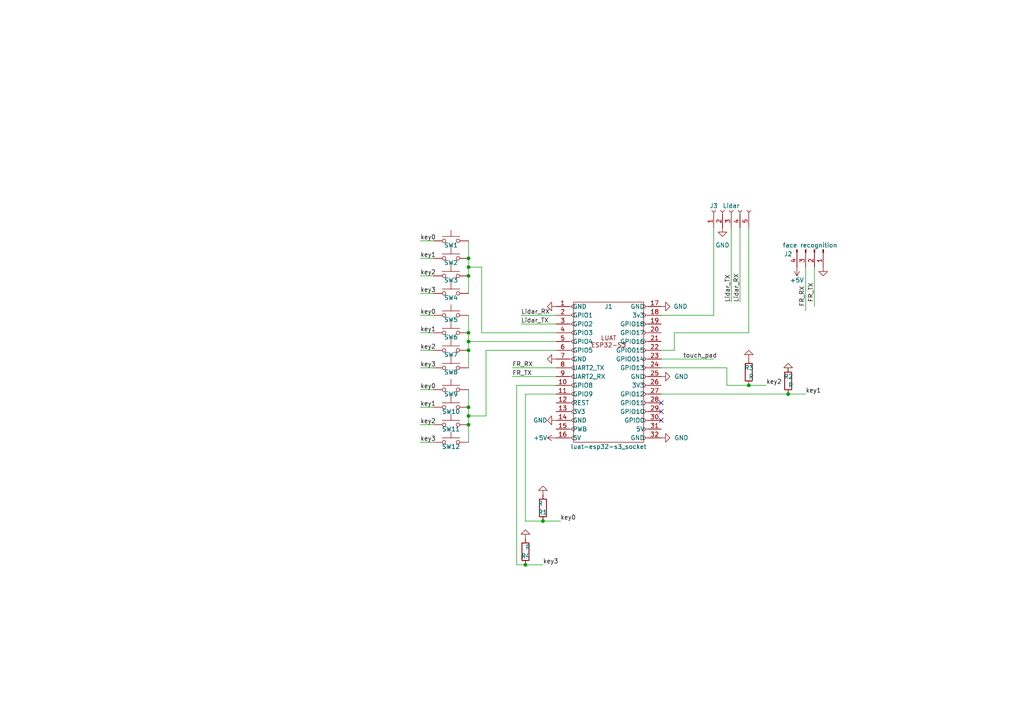
<source format=kicad_sch>
(kicad_sch (version 20230121) (generator eeschema)
  (paper "A4")
  (lib_symbols
    (symbol "Connector:Conn_01x04_Pin" (pin_names (offset 1.016) hide)
      (property "Reference" "J" (at 0 5.08 0))
      (property "Value" "Conn_01x04_Pin" (at 0 -7.62 0))
      (symbol "Conn_01x04_Pin_1_1"
        (polyline (pts (xy 1.27 -5.08) (xy 0.8636 -5.08)) (stroke (width 0.1524)))
        (polyline (pts (xy 1.27 -2.54) (xy 0.8636 -2.54)) (stroke (width 0.1524)))
        (polyline (pts (xy 1.27 0) (xy 0.8636 0)) (stroke (width 0.1524)))
        (polyline (pts (xy 1.27 2.54) (xy 0.8636 2.54)) (stroke (width 0.1524)))
        (rectangle (start 0.8636 -4.953) (end 0 -5.207) (stroke (width 0.1524)) (fill (type outline)))
        (rectangle (start 0.8636 -2.413) (end 0 -2.667) (stroke (width 0.1524)) (fill (type outline)))
        (rectangle (start 0.8636 0.127) (end 0 -0.127) (stroke (width 0.1524)) (fill (type outline)))
        (rectangle (start 0.8636 2.667) (end 0 2.413) (stroke (width 0.1524)) (fill (type outline)))
        (pin passive line (at 5.08 2.54 180) (length 3.81) (name "Pin_1") (number "1"))
        (pin passive line (at 5.08 0 180) (length 3.81) (name "Pin_2") (number "2"))
        (pin passive line (at 5.08 -2.54 180) (length 3.81) (name "Pin_3") (number "3"))
        (pin passive line (at 5.08 -5.08 180) (length 3.81) (name "Pin_4") (number "4"))
      )
    )
    (symbol "Connector:Conn_01x05_Socket" (pin_names (offset 1.016) hide)
      (property "Reference" "J" (at 0 7.62 0))
      (property "Value" "Conn_01x05_Socket" (at 0 -7.62 0))
      (symbol "Conn_01x05_Socket_1_1"
        (arc (start 0 -4.572) (mid -0.5058 -5.08) (end 0 -5.588) (stroke (width 0.1524)))
        (arc (start 0 -2.032) (mid -0.5058 -2.54) (end 0 -3.048) (stroke (width 0.1524)))
        (polyline (pts (xy -1.27 -5.08) (xy -0.508 -5.08)) (stroke (width 0.1524)))
        (polyline (pts (xy -1.27 -2.54) (xy -0.508 -2.54)) (stroke (width 0.1524)))
        (polyline (pts (xy -1.27 0) (xy -0.508 0)) (stroke (width 0.1524)))
        (polyline (pts (xy -1.27 2.54) (xy -0.508 2.54)) (stroke (width 0.1524)))
        (polyline (pts (xy -1.27 5.08) (xy -0.508 5.08)) (stroke (width 0.1524)))
        (arc (start 0 0.508) (mid -0.5058 0) (end 0 -0.508) (stroke (width 0.1524)))
        (arc (start 0 3.048) (mid -0.5058 2.54) (end 0 2.032) (stroke (width 0.1524)))
        (arc (start 0 5.588) (mid -0.5058 5.08) (end 0 4.572) (stroke (width 0.1524)))
        (pin passive line (at -5.08 5.08 0) (length 3.81) (name "Pin_1") (number "1"))
        (pin passive line (at -5.08 2.54 0) (length 3.81) (name "Pin_2") (number "2"))
        (pin passive line (at -5.08 0 0) (length 3.81) (name "Pin_3") (number "3"))
        (pin passive line (at -5.08 -2.54 0) (length 3.81) (name "Pin_4") (number "4"))
        (pin passive line (at -5.08 -5.08 0) (length 3.81) (name "Pin_5") (number "5"))
      )
    )
    (symbol "Device:R" (pin_numbers hide) (pin_names (offset 0))
      (property "Reference" "R" (at 2.032 0 90))
      (property "Value" "R" (at 0 0 90))
      (symbol "R_0_1"
        (rectangle (start -1.016 -2.54) (end 1.016 2.54) (stroke (width 0.254)))
      )
      (symbol "R_1_1"
        (pin passive line (at 0 3.81 270) (length 1.27) (name "~") (number "1"))
        (pin passive line (at 0 -3.81 90) (length 1.27) (name "~") (number "2"))
      )
    )
    (symbol "GND_1" (power) (pin_numbers hide) (pin_names (offset 0) hide)
      (property "Value" "GND_1" (at 0 -3.81 0))
      (symbol "GND_1_0_1"
        (polyline (pts (xy 0 0) (xy 0 -1.27) (xy 1.27 -1.27) (xy 0 -2.54) (xy -1.27 -1.27) (xy 0 -1.27)))
      )
      (symbol "GND_1_1_1"
        (pin power_in line (at 0 0 270) (length 0) hide (name "GND") (number "1"))
      )
    )
    (symbol "GND_2" (power) (pin_names (offset 0) hide)
      (property "Value" "GND_2" (at 0 -3.81 0))
      (symbol "GND_2_0_1"
        (polyline (pts (xy 0 0) (xy 0 -1.27) (xy 1.27 -1.27) (xy 0 -2.54) (xy -1.27 -1.27) (xy 0 -1.27)))
      )
      (symbol "GND_2_1_1"
        (pin power_in line (at 0 0 270) (length 0) hide (name "GND") (number "1"))
      )
    )
    (symbol "My_devBoard:luat-esp32-s3_socket" (pin_names (offset 1.016))
      (property "Reference" "J" (at 5.08 2.54 0))
      (property "Value" "luat-esp32-s3_socket" (at 5.08 -38.1 0))
      (symbol "luat-esp32-s3_socket_0_1"
        (rectangle (start -5.08 3.81) (end 15.24 -36.83))
      )
      (symbol "luat-esp32-s3_socket_1_1"
        (arc (start -5.08 -35.052) (mid -5.586 -35.56) (end -5.08 -36.068) (stroke (width 0.1524)))
        (arc (start -5.08 -32.512) (mid -5.586 -33.02) (end -5.08 -33.528) (stroke (width 0.1524)))
        (arc (start -5.08 -29.972) (mid -5.586 -30.48) (end -5.08 -30.988) (stroke (width 0.1524)))
        (arc (start -5.08 -27.432) (mid -5.586 -27.94) (end -5.08 -28.448) (stroke (width 0.1524)))
        (arc (start -5.08 -24.892) (mid -5.586 -25.4) (end -5.08 -25.908) (stroke (width 0.1524)))
        (arc (start -5.08 -22.352) (mid -5.586 -22.86) (end -5.08 -23.368) (stroke (width 0.1524)))
        (arc (start -5.08 -19.812) (mid -5.586 -20.32) (end -5.08 -20.828) (stroke (width 0.1524)))
        (arc (start -5.08 -17.272) (mid -5.586 -17.78) (end -5.08 -18.288) (stroke (width 0.1524)))
        (arc (start -5.08 -14.732) (mid -5.586 -15.24) (end -5.08 -15.748) (stroke (width 0.1524)))
        (arc (start -5.08 -12.192) (mid -5.586 -12.7) (end -5.08 -13.208) (stroke (width 0.1524)))
        (arc (start -5.08 -9.652) (mid -5.586 -10.16) (end -5.08 -10.668) (stroke (width 0.1524)))
        (arc (start -5.08 -7.112) (mid -5.586 -7.62) (end -5.08 -8.128) (stroke (width 0.1524)))
        (arc (start -5.08 -4.572) (mid -5.586 -5.08) (end -5.08 -5.588) (stroke (width 0.1524)))
        (arc (start -5.08 -2.032) (mid -5.586 -2.54) (end -5.08 -3.048) (stroke (width 0.1524)))
        (arc (start -5.08 0.508) (mid -5.586 0) (end -5.08 -0.508) (stroke (width 0.1524)))
        (arc (start -5.08 3.048) (mid -5.586 2.54) (end -5.08 2.032) (stroke (width 0.1524)))
        (polyline (pts (xy -6.35 -35.56) (xy -5.588 -35.56)) (stroke (width 0.1524)))
        (polyline (pts (xy -6.35 -33.02) (xy -5.588 -33.02)) (stroke (width 0.1524)))
        (polyline (pts (xy -6.35 -30.48) (xy -5.588 -30.48)) (stroke (width 0.1524)))
        (polyline (pts (xy -6.35 -27.94) (xy -5.588 -27.94)) (stroke (width 0.1524)))
        (polyline (pts (xy -6.35 -25.4) (xy -5.588 -25.4)) (stroke (width 0.1524)))
        (polyline (pts (xy -6.35 -22.86) (xy -5.588 -22.86)) (stroke (width 0.1524)))
        (polyline (pts (xy -6.35 -20.32) (xy -5.588 -20.32)) (stroke (width 0.1524)))
        (polyline (pts (xy -6.35 -17.78) (xy -5.588 -17.78)) (stroke (width 0.1524)))
        (polyline (pts (xy -6.35 -15.24) (xy -5.588 -15.24)) (stroke (width 0.1524)))
        (polyline (pts (xy -6.35 -12.7) (xy -5.588 -12.7)) (stroke (width 0.1524)))
        (polyline (pts (xy -6.35 -10.16) (xy -5.588 -10.16)) (stroke (width 0.1524)))
        (polyline (pts (xy -6.35 -7.62) (xy -5.588 -7.62)) (stroke (width 0.1524)))
        (polyline (pts (xy -6.35 -5.08) (xy -5.588 -5.08)) (stroke (width 0.1524)))
        (polyline (pts (xy -6.35 -2.54) (xy -5.588 -2.54)) (stroke (width 0.1524)))
        (polyline (pts (xy -6.35 0) (xy -5.588 0)) (stroke (width 0.1524)))
        (polyline (pts (xy -6.35 2.54) (xy -5.588 2.54)) (stroke (width 0.1524)))
        (polyline (pts (xy 16.51 -35.56) (xy 15.748 -35.56)) (stroke (width 0.1524)))
        (polyline (pts (xy 16.51 -33.02) (xy 15.748 -33.02)) (stroke (width 0.1524)))
        (polyline (pts (xy 16.51 -30.48) (xy 15.748 -30.48)) (stroke (width 0.1524)))
        (polyline (pts (xy 16.51 -27.94) (xy 15.748 -27.94)) (stroke (width 0.1524)))
        (polyline (pts (xy 16.51 -25.4) (xy 15.748 -25.4)) (stroke (width 0.1524)))
        (polyline (pts (xy 16.51 -22.86) (xy 15.748 -22.86)) (stroke (width 0.1524)))
        (polyline (pts (xy 16.51 -20.32) (xy 15.748 -20.32)) (stroke (width 0.1524)))
        (polyline (pts (xy 16.51 -17.78) (xy 15.748 -17.78)) (stroke (width 0.1524)))
        (polyline (pts (xy 16.51 -15.24) (xy 15.748 -15.24)) (stroke (width 0.1524)))
        (polyline (pts (xy 16.51 -12.7) (xy 15.748 -12.7)) (stroke (width 0.1524)))
        (polyline (pts (xy 16.51 -10.16) (xy 15.748 -10.16)) (stroke (width 0.1524)))
        (polyline (pts (xy 16.51 -7.62) (xy 15.748 -7.62)) (stroke (width 0.1524)))
        (polyline (pts (xy 16.51 -5.08) (xy 15.748 -5.08)) (stroke (width 0.1524)))
        (polyline (pts (xy 16.51 -2.54) (xy 15.748 -2.54)) (stroke (width 0.1524)))
        (polyline (pts (xy 16.51 0) (xy 15.748 0)) (stroke (width 0.1524)))
        (polyline (pts (xy 16.51 2.54) (xy 15.748 2.54)) (stroke (width 0.1524)))
        (arc (start 15.24 -36.068) (mid 15.7458 -35.56) (end 15.24 -35.052) (stroke (width 0.1524)))
        (arc (start 15.24 -33.528) (mid 15.7458 -33.02) (end 15.24 -32.512) (stroke (width 0.1524)))
        (arc (start 15.24 -30.988) (mid 15.7458 -30.48) (end 15.24 -29.972) (stroke (width 0.1524)))
        (arc (start 15.24 -28.448) (mid 15.7458 -27.94) (end 15.24 -27.432) (stroke (width 0.1524)))
        (arc (start 15.24 -25.908) (mid 15.7458 -25.4) (end 15.24 -24.892) (stroke (width 0.1524)))
        (arc (start 15.24 -23.368) (mid 15.7458 -22.86) (end 15.24 -22.352) (stroke (width 0.1524)))
        (arc (start 15.24 -20.828) (mid 15.7458 -20.32) (end 15.24 -19.812) (stroke (width 0.1524)))
        (arc (start 15.24 -18.288) (mid 15.7458 -17.78) (end 15.24 -17.272) (stroke (width 0.1524)))
        (arc (start 15.24 -15.748) (mid 15.7458 -15.24) (end 15.24 -14.732) (stroke (width 0.1524)))
        (arc (start 15.24 -13.208) (mid 15.7458 -12.7) (end 15.24 -12.192) (stroke (width 0.1524)))
        (arc (start 15.24 -10.668) (mid 15.7458 -10.16) (end 15.24 -9.652) (stroke (width 0.1524)))
        (arc (start 15.24 -8.128) (mid 15.7458 -7.62) (end 15.24 -7.112) (stroke (width 0.1524)))
        (arc (start 15.24 -5.588) (mid 15.7458 -5.08) (end 15.24 -4.572) (stroke (width 0.1524)))
        (arc (start 15.24 -3.048) (mid 15.7458 -2.54) (end 15.24 -2.032) (stroke (width 0.1524)))
        (arc (start 15.24 -0.508) (mid 15.7458 0) (end 15.24 0.508) (stroke (width 0.1524)))
        (arc (start 15.24 2.032) (mid 15.7458 2.54) (end 15.24 3.048) (stroke (width 0.1524)))
        (text "LUAT\nESP32-S3" (at 5.08 -7.62 0) (effects (font (size 1.27 1.27))))
        (pin passive line (at -10.16 2.54 0) (length 3.81) (name "GND") (number "1"))
        (pin passive line (at -10.16 -20.32 0) (length 3.81) (name "GPIO8") (number "10"))
        (pin passive line (at -10.16 -22.86 0) (length 3.81) (name "GPIO9") (number "11"))
        (pin passive line (at -10.16 -25.4 0) (length 3.81) (name "REST") (number "12"))
        (pin passive line (at -10.16 -27.94 0) (length 3.81) (name "3V3") (number "13"))
        (pin passive line (at -10.16 -30.48 0) (length 3.81) (name "GND") (number "14"))
        (pin passive line (at -10.16 -33.02 0) (length 3.81) (name "PWB") (number "15"))
        (pin passive line (at -10.16 -35.56 0) (length 3.81) (name "5V") (number "16"))
        (pin passive line (at 20.32 2.54 180) (length 3.81) (name "GND") (number "17"))
        (pin passive line (at 20.32 0 180) (length 3.81) (name "3v3") (number "18"))
        (pin passive line (at 20.32 -2.54 180) (length 3.81) (name "GPIO18") (number "19"))
        (pin passive line (at -10.16 0 0) (length 3.81) (name "GPIO1") (number "2"))
        (pin passive line (at 20.32 -5.08 180) (length 3.81) (name "GPIO17") (number "20"))
        (pin passive line (at 20.32 -7.62 180) (length 3.81) (name "GPIO16") (number "21"))
        (pin passive line (at 20.32 -10.16 180) (length 3.81) (name "GPIO015") (number "22"))
        (pin passive line (at 20.32 -12.7 180) (length 3.81) (name "GPIO014") (number "23"))
        (pin passive line (at 20.32 -15.24 180) (length 3.81) (name "GPIO13") (number "24"))
        (pin passive line (at 20.32 -17.78 180) (length 3.81) (name "GND") (number "25"))
        (pin passive line (at 20.32 -20.32 180) (length 3.81) (name "3V3") (number "26"))
        (pin passive line (at 20.32 -22.86 180) (length 3.81) (name "GPIO12") (number "27"))
        (pin passive line (at 20.32 -25.4 180) (length 3.81) (name "GPIO11") (number "28"))
        (pin passive line (at 20.32 -27.94 180) (length 3.81) (name "GPIO10") (number "29"))
        (pin passive line (at -10.16 -2.54 0) (length 3.81) (name "GPIO2") (number "3"))
        (pin passive line (at 20.32 -30.48 180) (length 3.81) (name "GPIO0") (number "30"))
        (pin passive line (at 20.32 -33.02 180) (length 3.81) (name "5V") (number "31"))
        (pin passive line (at 20.32 -35.56 180) (length 3.81) (name "GND") (number "32"))
        (pin passive line (at -10.16 -5.08 0) (length 3.81) (name "GPIO3") (number "4"))
        (pin passive line (at -10.16 -7.62 0) (length 3.81) (name "GPIO4") (number "5"))
        (pin passive line (at -10.16 -10.16 0) (length 3.81) (name "GPIO5") (number "6"))
        (pin passive line (at -10.16 -12.7 0) (length 3.81) (name "GND") (number "7"))
        (pin passive line (at -10.16 -15.24 0) (length 3.81) (name "UART2_TX") (number "8"))
        (pin passive line (at -10.16 -17.78 0) (length 3.81) (name "UART2_RX") (number "9"))
      )
    )
    (symbol "Switch:SW_Push" (pin_numbers hide) (pin_names (offset 1.016) hide)
      (property "Reference" "SW" (at 1.27 2.54 0))
      (property "Value" "SW_Push" (at 0 -1.524 0))
      (symbol "SW_Push_0_1"
        (circle (center -2.032 0) (radius 0.508))
        (polyline (pts (xy 0 1.27) (xy 0 3.048)))
        (polyline (pts (xy 2.54 1.27) (xy -2.54 1.27)))
        (circle (center 2.032 0) (radius 0.508))
        (pin passive line (at -5.08 0 0) (length 2.54) (name "1") (number "1"))
        (pin passive line (at 5.08 0 180) (length 2.54) (name "2") (number "2"))
      )
    )
    (symbol "power:+5V" (power) (pin_names (offset 0))
      (property "Value" "+5V" (at 0 3.556 0))
      (symbol "+5V_0_1"
        (polyline (pts (xy -0.762 1.27) (xy 0 2.54)))
        (polyline (pts (xy 0 0) (xy 0 2.54)))
        (polyline (pts (xy 0 2.54) (xy 0.762 1.27)))
      )
      (symbol "+5V_1_1"
        (pin power_in line (at 0 0 90) (length 0) hide (name "+5V") (number "1"))
      )
    )
    (symbol "power:GND" (power) (pin_names (offset 0))
      (property "Value" "GND" (at 0 -3.81 0))
      (symbol "GND_0_1"
        (polyline (pts (xy 0 0) (xy 0 -1.27) (xy 1.27 -1.27) (xy 0 -2.54) (xy -1.27 -1.27) (xy 0 -1.27)))
      )
      (symbol "GND_1_1"
        (pin power_in line (at 0 0 270) (length 0) hide (name "GND") (number "1"))
      )
    )
  )
  (junction (at 135.89 77.47))
  (junction (at 135.89 123.19))
  (junction (at 217.17 111.76))
  (junction (at 135.89 118.11))
  (junction (at 135.89 80.01))
  (junction (at 135.89 101.6))
  (junction (at 228.6 114.3))
  (junction (at 157.48 151.13))
  (junction (at 135.89 96.52))
  (junction (at 135.89 74.93))
  (junction (at 152.4 163.83))
  (junction (at 135.89 99.06))
  (junction (at 135.89 120.65))
  (no_connect (at 191.77 116.84))
  (no_connect (at 191.77 121.92))
  (no_connect (at 191.77 119.38))
  (wire (pts (xy 210.82 106.68) (xy 210.82 111.76)))
  (wire (pts (xy 121.92 80.01) (xy 125.73 80.01)))
  (wire (pts (xy 121.92 91.44) (xy 125.73 91.44)))
  (wire (pts (xy 149.86 111.76) (xy 149.86 163.83)))
  (wire (pts (xy 148.59 109.22) (xy 161.29 109.22)))
  (wire (pts (xy 152.4 114.3) (xy 161.29 114.3)))
  (wire (pts (xy 139.7 77.47) (xy 135.89 77.47)))
  (wire (pts (xy 161.29 101.6) (xy 140.97 101.6)))
  (wire (pts (xy 228.6 106.68) (xy 228.6 107.95)))
  (wire (pts (xy 139.7 77.47) (xy 139.7 96.52)))
  (wire (pts (xy 121.92 96.52) (xy 125.73 96.52)))
  (wire (pts (xy 135.89 101.6) (xy 135.89 106.68)))
  (wire (pts (xy 121.92 128.27) (xy 125.73 128.27)))
  (wire (pts (xy 135.89 96.52) (xy 135.89 99.06)))
  (wire (pts (xy 207.01 66.04) (xy 207.01 91.44)))
  (wire (pts (xy 152.4 163.83) (xy 157.48 163.83)))
  (wire (pts (xy 121.92 118.11) (xy 125.73 118.11)))
  (wire (pts (xy 195.58 96.52) (xy 217.17 96.52)))
  (wire (pts (xy 161.29 111.76) (xy 149.86 111.76)))
  (wire (pts (xy 135.89 123.19) (xy 135.89 128.27)))
  (wire (pts (xy 217.17 111.76) (xy 222.25 111.76)))
  (wire (pts (xy 236.22 88.9) (xy 236.22 77.47)))
  (wire (pts (xy 121.92 106.68) (xy 125.73 106.68)))
  (wire (pts (xy 135.89 113.03) (xy 135.89 118.11)))
  (wire (pts (xy 191.77 106.68) (xy 210.82 106.68)))
  (wire (pts (xy 149.86 163.83) (xy 152.4 163.83)))
  (wire (pts (xy 161.29 96.52) (xy 139.7 96.52)))
  (wire (pts (xy 210.82 111.76) (xy 217.17 111.76)))
  (wire (pts (xy 135.89 69.85) (xy 135.89 74.93)))
  (wire (pts (xy 217.17 66.04) (xy 217.17 96.52)))
  (wire (pts (xy 140.97 101.6) (xy 140.97 120.65)))
  (wire (pts (xy 152.4 151.13) (xy 157.48 151.13)))
  (wire (pts (xy 148.59 106.68) (xy 161.29 106.68)))
  (wire (pts (xy 191.77 91.44) (xy 207.01 91.44)))
  (wire (pts (xy 121.92 74.93) (xy 125.73 74.93)))
  (wire (pts (xy 121.92 101.6) (xy 125.73 101.6)))
  (wire (pts (xy 121.92 113.03) (xy 125.73 113.03)))
  (wire (pts (xy 212.09 66.04) (xy 212.09 87.63)))
  (wire (pts (xy 121.92 69.85) (xy 125.73 69.85)))
  (wire (pts (xy 151.13 93.98) (xy 161.29 93.98)))
  (wire (pts (xy 151.13 91.44) (xy 161.29 91.44)))
  (wire (pts (xy 135.89 120.65) (xy 135.89 123.19)))
  (wire (pts (xy 121.92 123.19) (xy 125.73 123.19)))
  (wire (pts (xy 195.58 101.6) (xy 195.58 96.52)))
  (wire (pts (xy 140.97 120.65) (xy 135.89 120.65)))
  (wire (pts (xy 162.56 151.13) (xy 157.48 151.13)))
  (wire (pts (xy 135.89 118.11) (xy 135.89 120.65)))
  (wire (pts (xy 135.89 99.06) (xy 161.29 99.06)))
  (wire (pts (xy 135.89 77.47) (xy 135.89 80.01)))
  (wire (pts (xy 135.89 91.44) (xy 135.89 96.52)))
  (wire (pts (xy 191.77 114.3) (xy 228.6 114.3)))
  (wire (pts (xy 135.89 99.06) (xy 135.89 101.6)))
  (wire (pts (xy 191.77 101.6) (xy 195.58 101.6)))
  (wire (pts (xy 135.89 80.01) (xy 135.89 85.09)))
  (wire (pts (xy 121.92 85.09) (xy 125.73 85.09)))
  (wire (pts (xy 214.63 66.04) (xy 214.63 87.63)))
  (wire (pts (xy 228.6 114.3) (xy 233.68 114.3)))
  (wire (pts (xy 191.77 104.14) (xy 207.01 104.14)))
  (wire (pts (xy 233.68 90.17) (xy 233.68 77.47)))
  (wire (pts (xy 135.89 74.93) (xy 135.89 77.47)))
  (wire (pts (xy 152.4 114.3) (xy 152.4 151.13)))
  (label "FR_TX" (at 148.59 109.22 0))
  (label "Lidar_RX" (at 214.63 87.63 90))
  (label "Lidar_RX" (at 151.13 91.44 0))
  (label "key3" (at 121.92 128.27 0))
  (label "key1" (at 233.68 114.3 0))
  (label "key1" (at 121.92 118.11 0))
  (label "key2" (at 121.92 101.6 0))
  (label "key1" (at 121.92 96.52 0))
  (label "FR_RX" (at 148.59 106.68 0))
  (label "touch_pad" (at 198.12 104.14 0))
  (label "FR_TX" (at 236.22 87.63 90))
  (label "key3" (at 121.92 85.09 0))
  (label "key0" (at 121.92 69.85 0))
  (label "key2" (at 121.92 123.19 0))
  (label "key3" (at 121.92 106.68 0))
  (label "key2" (at 121.92 80.01 0))
  (label "key1" (at 121.92 74.93 0))
  (label "FR_RX" (at 233.68 88.9 90))
  (label "key3" (at 157.48 163.83 0))
  (label "key0" (at 121.92 91.44 0))
  (label "key0" (at 121.92 113.03 0))
  (label "Lidar_TX" (at 212.09 87.63 90))
  (label "key2" (at 222.25 111.76 0))
  (label "Lidar_TX" (at 151.13 93.98 0))
  (label "key0" (at 162.56 151.13 0))
  (symbol (lib_id "power:+5V") (at 161.29 127 90) (unit 1)
    (property "Reference" "#PWR06" (effects hide))
    (property "Value" "+5V" (at 158.75 127 90) (effects (justify left)))
  )
  (symbol (lib_id "Switch:SW_Push") (at 130.81 85.09 0) (unit 1)
    (property "Reference" "SW4" (at 130.81 86.36 0))
    (property "Value" "SW_Push" (effects hide))
    (property "Footprint" "Button_Switch_Keyboard:SW_Cherry_MX_1.00u_Plate" (effects hide))
  )
  (symbol (lib_id "power:GND") (at 238.76 77.47 0) (unit 1)
    (property "Reference" "#PWR08" (effects hide))
    (property "Value" "GND" (effects hide))
  )
  (symbol (lib_id "power:GND") (at 191.77 88.9 90) (unit 1)
    (property "Reference" "#PWR013" (effects hide))
    (property "Value" "GND" (at 195.3375 88.9 90) (effects (justify right)))
  )
  (symbol (lib_id "power:GND") (at 191.77 109.22 90) (unit 1)
    (property "Reference" "#PWR09" (effects hide))
    (property "Value" "GND" (at 195.58 109.22 90) (effects (justify right)))
  )
  (symbol (lib_id "power:+5V") (at 231.14 77.47 180) (unit 1)
    (property "Reference" "#PWR05" (effects hide))
    (property "Value" "+5V" (at 231.14 81.28 0))
  )
  (symbol (lib_id "Connector:Conn_01x04_Pin") (at 236.22 72.39 270) (unit 1)
    (property "Reference" "J2" (at 228.6 73.66 90))
    (property "Value" "face recognition" (at 234.95 71.12 90))
    (property "Footprint" "Connector_PinHeader_2.54mm:PinHeader_1x04_P2.54mm_Vertical" (effects hide))
  )
  (symbol (lib_id "power:GND") (at 161.29 104.14 270) (unit 1)
    (property "Reference" "#PWR012" (effects hide))
    (property "Value" "GND" (effects hide))
  )
  (symbol (lib_id "Connector:Conn_01x05_Socket") (at 212.09 60.96 90) (unit 1)
    (property "Reference" "J3" (at 207.01 59.69 90))
    (property "Value" "Lidar" (at 212.09 59.69 90))
    (property "Footprint" "Connector_PinSocket_2.54mm:PinSocket_1x05_P2.54mm_Vertical" (effects hide))
  )
  (symbol (lib_id "Switch:SW_Push") (at 130.81 96.52 0) (unit 1)
    (property "Reference" "SW6" (at 130.81 97.79 0))
    (property "Value" "SW_Push" (effects hide))
    (property "Footprint" "Button_Switch_Keyboard:SW_Cherry_MX_1.00u_Plate" (effects hide))
  )
  (symbol (lib_id "Switch:SW_Push") (at 130.81 123.19 0) (unit 1)
    (property "Reference" "SW11" (at 130.81 124.46 0))
    (property "Value" "SW_Push" (effects hide))
    (property "Footprint" "Button_Switch_Keyboard:SW_Cherry_MX_1.00u_Plate" (effects hide))
  )
  (symbol (lib_id "Switch:SW_Push") (at 130.81 80.01 0) (unit 1)
    (property "Reference" "SW3" (at 130.81 81.28 0))
    (property "Value" "SW_Push" (effects hide))
    (property "Footprint" "Button_Switch_Keyboard:SW_Cherry_MX_1.00u_Plate" (effects hide))
  )
  (symbol (lib_id "power:GND") (at 228.6 107.95 180) (unit 1)
    (property "Reference" "#PWR03" (effects hide))
    (property "Value" "GND" (effects hide))
  )
  (symbol (lib_id "Switch:SW_Push") (at 130.81 74.93 0) (unit 1)
    (property "Reference" "SW2" (at 130.81 76.2 0))
    (property "Value" "SW_Push" (effects hide))
    (property "Footprint" "Button_Switch_Keyboard:SW_Cherry_MX_1.00u_Plate" (effects hide))
  )
  (symbol (lib_id "power:GND") (at 161.29 121.92 270) (unit 1)
    (property "Reference" "#PWR010" (effects hide))
    (property "Value" "GND" (at 158.75 121.92 90) (effects (justify right)))
  )
  (symbol (lib_id "Device:R") (at 228.6 110.49 0) (unit 1)
    (property "Reference" "R2" (at 227.33 109.22 0) (effects (justify left)))
    (property "Value" "R" (at 228.6 111.76 0) (effects (justify left)))
    (property "Footprint" "Resistor_THT:R_Axial_DIN0207_L6.3mm_D2.5mm_P10.16mm_Horizontal" (effects hide))
  )
  (symbol (lib_id "Switch:SW_Push") (at 130.81 113.03 0) (unit 1)
    (property "Reference" "SW9" (at 130.81 114.3 0))
    (property "Value" "SW_Push" (effects hide))
    (property "Footprint" "Button_Switch_Keyboard:SW_Cherry_MX_1.00u_Plate" (effects hide))
  )
  (symbol (lib_id "power:GND") (at 191.77 127 90) (unit 1)
    (property "Reference" "#PWR07" (effects hide))
    (property "Value" "GND" (at 195.58 127 90) (effects (justify right)))
  )
  (symbol (lib_id "Switch:SW_Push") (at 130.81 101.6 0) (unit 1)
    (property "Reference" "SW7" (at 130.81 102.87 0))
    (property "Value" "SW_Push" (effects hide))
    (property "Footprint" "Button_Switch_Keyboard:SW_Cherry_MX_1.00u_Plate" (effects hide))
  )
  (symbol (lib_name "GND_2") (lib_id "power:GND") (at 161.29 88.9 270) (unit 1)
    (property "Reference" "#PWR011" (effects hide))
    (property "Value" "GND" (effects hide))
  )
  (symbol (lib_id "power:GND") (at 209.55 66.04 0) (unit 1)
    (property "Reference" "#PWR014" (effects hide))
    (property "Value" "GND" (at 209.55 71.12 0))
  )
  (symbol (lib_id "Device:R") (at 152.4 160.02 0) (mirror x) (unit 1)
    (property "Reference" "R4" (at 151.13 161.29 0) (effects (justify left)))
    (property "Value" "R" (at 152.4 158.75 0) (effects (justify left)))
    (property "Footprint" "Resistor_THT:R_Axial_DIN0207_L6.3mm_D2.5mm_P10.16mm_Horizontal" (effects hide))
  )
  (symbol (lib_id "Device:R") (at 157.48 147.32 180) (unit 1)
    (property "Reference" "R1" (at 158.75 148.59 0) (effects (justify left)))
    (property "Value" "R" (at 157.48 146.05 0) (effects (justify left)))
    (property "Footprint" "Resistor_THT:R_Axial_DIN0207_L6.3mm_D2.5mm_P10.16mm_Horizontal" (effects hide))
  )
  (symbol (lib_id "power:GND") (at 217.17 104.14 180) (unit 1)
    (property "Reference" "#PWR02" (effects hide))
    (property "Value" "GND" (effects hide))
  )
  (symbol (lib_id "Switch:SW_Push") (at 130.81 69.85 0) (unit 1)
    (property "Reference" "SW1" (at 130.81 71.12 0))
    (property "Value" "SW_Push" (effects hide))
    (property "Footprint" "Button_Switch_Keyboard:SW_Cherry_MX_1.00u_Plate" (effects hide))
  )
  (symbol (lib_id "My_devBoard:luat-esp32-s3_socket") (at 171.45 91.44 0) (unit 1)
    (property "Reference" "J1" (at 176.53 88.9 0))
    (property "Value" "luat-esp32-s3_socket" (at 176.53 129.54 0))
    (property "Footprint" "MydevBoard:luat-esp32-s3-devBoard" (effects hide))
  )
  (symbol (lib_id "Switch:SW_Push") (at 130.81 118.11 0) (unit 1)
    (property "Reference" "SW10" (at 130.81 119.38 0))
    (property "Value" "SW_Push" (effects hide))
    (property "Footprint" "Button_Switch_Keyboard:SW_Cherry_MX_1.00u_Plate" (effects hide))
  )
  (symbol (lib_id "Switch:SW_Push") (at 130.81 128.27 0) (unit 1)
    (property "Reference" "SW12" (at 130.81 129.54 0))
    (property "Value" "SW_Push" (effects hide))
    (property "Footprint" "Button_Switch_Keyboard:SW_Cherry_MX_1.00u_Plate" (effects hide))
  )
  (symbol (lib_id "Switch:SW_Push") (at 130.81 91.44 0) (unit 1)
    (property "Reference" "SW5" (at 130.81 92.71 0))
    (property "Value" "SW_Push" (effects hide))
    (property "Footprint" "Button_Switch_Keyboard:SW_Cherry_MX_1.00u_Plate" (effects hide))
  )
  (symbol (lib_id "power:GND") (at 157.48 143.51 180) (unit 1)
    (property "Reference" "#PWR04" (effects hide))
    (property "Value" "GND" (effects hide))
  )
  (symbol (lib_id "Switch:SW_Push") (at 130.81 106.68 0) (unit 1)
    (property "Reference" "SW8" (at 130.81 107.95 0))
    (property "Value" "SW_Push" (effects hide))
    (property "Footprint" "Button_Switch_Keyboard:SW_Cherry_MX_1.00u_Plate" (effects hide))
  )
  (symbol (lib_id "Device:R") (at 217.17 107.95 0) (unit 1)
    (property "Reference" "R3" (at 215.9 106.68 0) (effects (justify left)))
    (property "Value" "R" (at 217.17 109.22 0) (effects (justify left)))
    (property "Footprint" "Resistor_THT:R_Axial_DIN0207_L6.3mm_D2.5mm_P10.16mm_Horizontal" (effects hide))
  )
  (symbol (lib_name "GND_1") (lib_id "power:GND") (at 152.4 156.21 0) (mirror x) (unit 1)
    (property "Reference" "#PWR01" (effects hide))
    (property "Value" "GND" (effects hide))
  )
)
</source>
